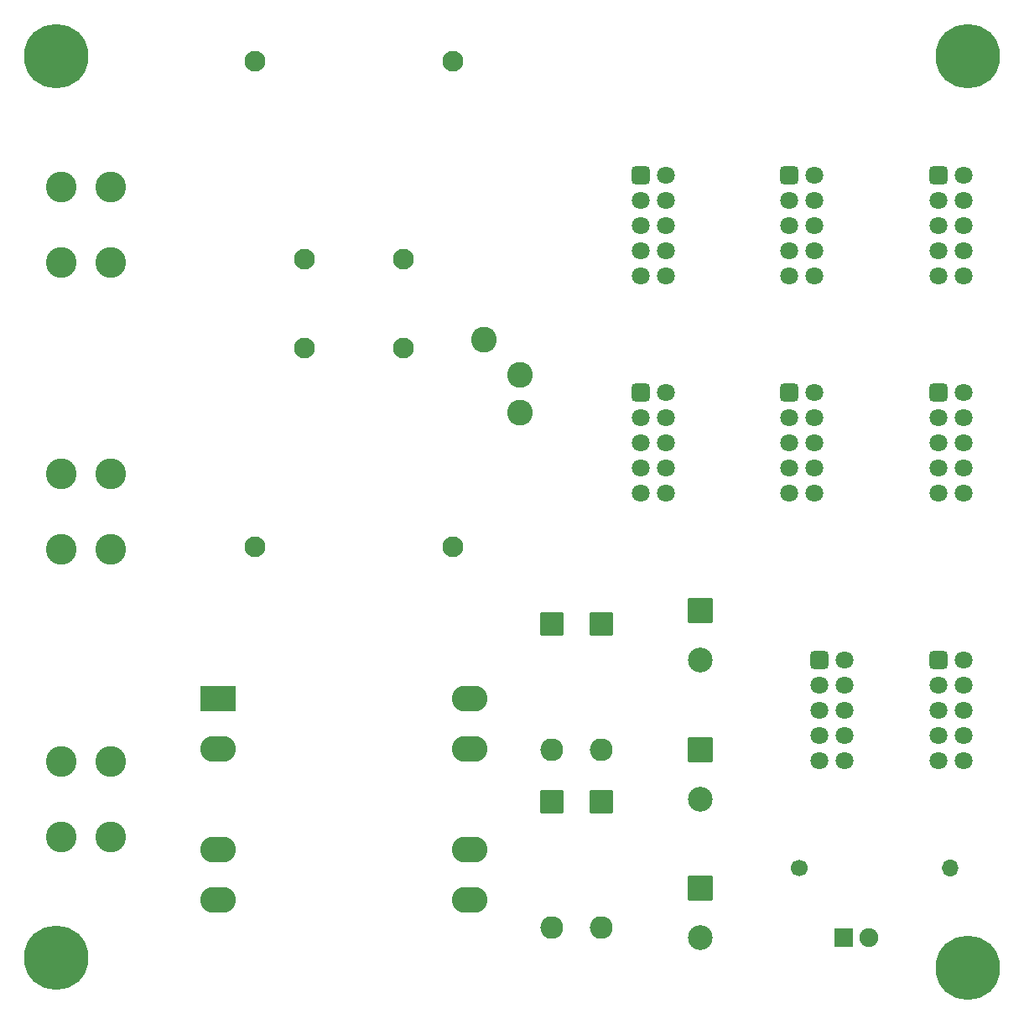
<source format=gbr>
%TF.GenerationSoftware,KiCad,Pcbnew,(6.0.1)*%
%TF.CreationDate,2023-02-05T18:59:54-08:00*%
%TF.ProjectId,Energy Monitor - Transformer PCB R2,456e6572-6779-4204-9d6f-6e69746f7220,rev?*%
%TF.SameCoordinates,Original*%
%TF.FileFunction,Soldermask,Bot*%
%TF.FilePolarity,Negative*%
%FSLAX46Y46*%
G04 Gerber Fmt 4.6, Leading zero omitted, Abs format (unit mm)*
G04 Created by KiCad (PCBNEW (6.0.1)) date 2023-02-05 18:59:54*
%MOMM*%
%LPD*%
G01*
G04 APERTURE LIST*
G04 Aperture macros list*
%AMRoundRect*
0 Rectangle with rounded corners*
0 $1 Rounding radius*
0 $2 $3 $4 $5 $6 $7 $8 $9 X,Y pos of 4 corners*
0 Add a 4 corners polygon primitive as box body*
4,1,4,$2,$3,$4,$5,$6,$7,$8,$9,$2,$3,0*
0 Add four circle primitives for the rounded corners*
1,1,$1+$1,$2,$3*
1,1,$1+$1,$4,$5*
1,1,$1+$1,$6,$7*
1,1,$1+$1,$8,$9*
0 Add four rect primitives between the rounded corners*
20,1,$1+$1,$2,$3,$4,$5,0*
20,1,$1+$1,$4,$5,$6,$7,0*
20,1,$1+$1,$6,$7,$8,$9,0*
20,1,$1+$1,$8,$9,$2,$3,0*%
G04 Aperture macros list end*
%ADD10RoundRect,1.300000X-0.500000X0.000000X0.500000X0.000000X0.500000X0.000000X-0.500000X0.000000X0*%
%ADD11RoundRect,0.050000X-1.750000X-1.250000X1.750000X-1.250000X1.750000X1.250000X-1.750000X1.250000X0*%
%ADD12C,2.100000*%
%ADD13O,2.300000X2.300000*%
%ADD14RoundRect,0.050000X-1.100000X1.100000X-1.100000X-1.100000X1.100000X-1.100000X1.100000X1.100000X0*%
%ADD15C,2.500000*%
%ADD16RoundRect,0.050000X-1.200000X1.200000X-1.200000X-1.200000X1.200000X-1.200000X1.200000X1.200000X0*%
%ADD17C,1.800000*%
%ADD18RoundRect,0.300000X-0.600000X-0.600000X0.600000X-0.600000X0.600000X0.600000X-0.600000X0.600000X0*%
%ADD19O,1.700000X1.700000*%
%ADD20C,1.700000*%
%ADD21C,1.900000*%
%ADD22RoundRect,0.050000X-0.900000X-0.900000X0.900000X-0.900000X0.900000X0.900000X-0.900000X0.900000X0*%
%ADD23C,0.900000*%
%ADD24C,6.500000*%
%ADD25C,3.100000*%
%ADD26C,2.600000*%
G04 APERTURE END LIST*
D10*
%TO.C,T3*%
X95700000Y-139160000D03*
X95700000Y-134080000D03*
X95700000Y-123920000D03*
X95700000Y-118840000D03*
X70300000Y-139160000D03*
X70300000Y-134080000D03*
X70300000Y-123920000D03*
D11*
X70300000Y-118840000D03*
%TD*%
D12*
%TO.C,T2*%
X79000000Y-83500000D03*
X89000000Y-83500000D03*
X94000000Y-103500000D03*
X74000000Y-103500000D03*
%TD*%
D13*
%TO.C,D2*%
X109000000Y-124000000D03*
D14*
X109000000Y-111300000D03*
%TD*%
D12*
%TO.C,T1*%
X89000000Y-74500000D03*
X79000000Y-74500000D03*
X74000000Y-54500000D03*
X94000000Y-54500000D03*
%TD*%
D15*
%TO.C,C3*%
X119000000Y-129000000D03*
D16*
X119000000Y-124000000D03*
%TD*%
D17*
%TO.C,J11*%
X133540000Y-125160000D03*
X133540000Y-122620000D03*
X133540000Y-120080000D03*
X133540000Y-117540000D03*
X133540000Y-115000000D03*
X131000000Y-125160000D03*
X131000000Y-122620000D03*
X131000000Y-120080000D03*
X131000000Y-117540000D03*
D18*
X131000000Y-115000000D03*
%TD*%
D19*
%TO.C,R1*%
X144240000Y-136000000D03*
D20*
X129000000Y-136000000D03*
%TD*%
D21*
%TO.C,D5*%
X136000000Y-143000000D03*
D22*
X133460000Y-143000000D03*
%TD*%
D17*
%TO.C,J9*%
X115540000Y-98160000D03*
X115540000Y-95620000D03*
X115540000Y-93080000D03*
X115540000Y-90540000D03*
X115540000Y-88000000D03*
X113000000Y-98160000D03*
X113000000Y-95620000D03*
X113000000Y-93080000D03*
X113000000Y-90540000D03*
D18*
X113000000Y-88000000D03*
%TD*%
D23*
%TO.C,H4*%
X147697056Y-52302944D03*
X146000000Y-51600000D03*
X144302944Y-52302944D03*
X143600000Y-54000000D03*
X144302944Y-55697056D03*
X146000000Y-56400000D03*
X147697056Y-55697056D03*
X148400000Y-54000000D03*
D24*
X146000000Y-54000000D03*
%TD*%
D23*
%TO.C,H3*%
X55697056Y-143302944D03*
X54000000Y-142600000D03*
X52302944Y-143302944D03*
X51600000Y-145000000D03*
X52302944Y-146697056D03*
X54000000Y-147400000D03*
X55697056Y-146697056D03*
X56400000Y-145000000D03*
D24*
X54000000Y-145000000D03*
%TD*%
D23*
%TO.C,H2*%
X147697056Y-144302944D03*
X146000000Y-143600000D03*
X144302944Y-144302944D03*
X143600000Y-146000000D03*
X144302944Y-147697056D03*
X146000000Y-148400000D03*
X147697056Y-147697056D03*
X148400000Y-146000000D03*
D24*
X146000000Y-146000000D03*
%TD*%
D23*
%TO.C,H1*%
X55697056Y-52302944D03*
X54000000Y-51600000D03*
X52302944Y-52302944D03*
X51600000Y-54000000D03*
X52302944Y-55697056D03*
X54000000Y-56400000D03*
X55697056Y-55697056D03*
X56400000Y-54000000D03*
D24*
X54000000Y-54000000D03*
%TD*%
D17*
%TO.C,J8*%
X145540000Y-76160000D03*
X145540000Y-73620000D03*
X145540000Y-71080000D03*
X145540000Y-68540000D03*
X145540000Y-66000000D03*
X143000000Y-76160000D03*
X143000000Y-73620000D03*
X143000000Y-71080000D03*
X143000000Y-68540000D03*
D18*
X143000000Y-66000000D03*
%TD*%
D17*
%TO.C,J7*%
X130540000Y-76160000D03*
X130540000Y-73620000D03*
X130540000Y-71080000D03*
X130540000Y-68540000D03*
X130540000Y-66000000D03*
X128000000Y-76160000D03*
X128000000Y-73620000D03*
X128000000Y-71080000D03*
X128000000Y-68540000D03*
D18*
X128000000Y-66000000D03*
%TD*%
D17*
%TO.C,J6*%
X145540000Y-98160000D03*
X145540000Y-95620000D03*
X145540000Y-93080000D03*
X145540000Y-90540000D03*
X145540000Y-88000000D03*
X143000000Y-98160000D03*
X143000000Y-95620000D03*
X143000000Y-93080000D03*
X143000000Y-90540000D03*
D18*
X143000000Y-88000000D03*
%TD*%
D17*
%TO.C,J10*%
X145540000Y-125160000D03*
X145540000Y-122620000D03*
X145540000Y-120080000D03*
X145540000Y-117540000D03*
X145540000Y-115000000D03*
X143000000Y-125160000D03*
X143000000Y-122620000D03*
X143000000Y-120080000D03*
X143000000Y-117540000D03*
D18*
X143000000Y-115000000D03*
%TD*%
D17*
%TO.C,J5*%
X130540000Y-98160000D03*
X130540000Y-95620000D03*
X130540000Y-93080000D03*
X130540000Y-90540000D03*
X130540000Y-88000000D03*
X128000000Y-98160000D03*
X128000000Y-95620000D03*
X128000000Y-93080000D03*
X128000000Y-90540000D03*
D18*
X128000000Y-88000000D03*
%TD*%
D17*
%TO.C,J4*%
X115540000Y-76160000D03*
X115540000Y-73620000D03*
X115540000Y-71080000D03*
X115540000Y-68540000D03*
X115540000Y-66000000D03*
X113000000Y-76160000D03*
X113000000Y-73620000D03*
X113000000Y-71080000D03*
X113000000Y-68540000D03*
D18*
X113000000Y-66000000D03*
%TD*%
D13*
%TO.C,D4*%
X104000000Y-142000000D03*
D14*
X104000000Y-129300000D03*
%TD*%
D13*
%TO.C,D3*%
X109000000Y-142000000D03*
D14*
X109000000Y-129300000D03*
%TD*%
D13*
%TO.C,D1*%
X104000000Y-124000000D03*
D14*
X104000000Y-111300000D03*
%TD*%
D15*
%TO.C,C2*%
X119000000Y-143000000D03*
D16*
X119000000Y-138000000D03*
%TD*%
D15*
%TO.C,C1*%
X119000000Y-115000000D03*
D16*
X119000000Y-110000000D03*
%TD*%
D25*
%TO.C,J3*%
X59500000Y-132810000D03*
X54500000Y-132810000D03*
X59500000Y-125190000D03*
X54500000Y-125190000D03*
%TD*%
%TO.C,J2*%
X59500000Y-103810000D03*
X54500000Y-103810000D03*
X59500000Y-96190000D03*
X54500000Y-96190000D03*
%TD*%
%TO.C,J1*%
X59500000Y-74810000D03*
X54500000Y-74810000D03*
X59500000Y-67190000D03*
X54500000Y-67190000D03*
%TD*%
D26*
X97117000Y-82639000D03*
X100800000Y-86195000D03*
X100800000Y-90005000D03*
M02*

</source>
